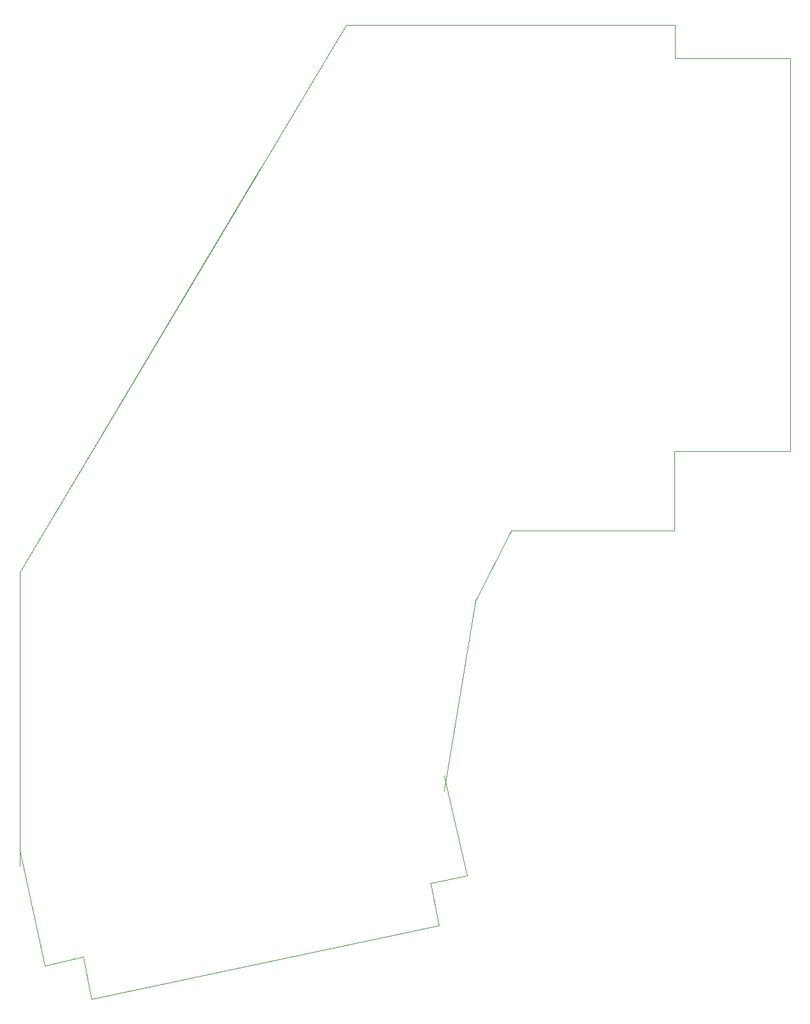
<source format=gbr>
G04 (created by PCBNEW (2013-07-07 BZR 4022)-stable) date 03/07/2022 17:26:58*
%MOIN*%
G04 Gerber Fmt 3.4, Leading zero omitted, Abs format*
%FSLAX34Y34*%
G01*
G70*
G90*
G04 APERTURE LIST*
%ADD10C,0.00590551*%
%ADD11C,0.00393701*%
G04 APERTURE END LIST*
G54D10*
G54D11*
X-11500Y0D02*
X-17150Y0D01*
X-2950Y-26350D02*
X-8550Y-26350D01*
X6000Y-1750D02*
X0Y-1750D01*
X6000Y-1750D02*
X6000Y-22200D01*
X0Y0D02*
X-12000Y0D01*
X0Y-1750D02*
X0Y0D01*
X-8550Y-26350D02*
X-10400Y-30000D01*
X-50Y-26350D02*
X-3450Y-26350D01*
X-50Y-22200D02*
X-50Y-26350D01*
X5950Y-22200D02*
X-50Y-22200D01*
X-12750Y-44700D02*
X-10850Y-44300D01*
X-12300Y-46900D02*
X-12750Y-44700D01*
X-30400Y-50750D02*
X-12300Y-46900D01*
X-30850Y-48550D02*
X-30400Y-50750D01*
X-32850Y-49000D02*
X-30850Y-48550D01*
X-12050Y-39900D02*
X-10400Y-30000D01*
X-10850Y-44300D02*
X-12050Y-39100D01*
X-34150Y-43800D02*
X-34150Y-28500D01*
X-32850Y-49000D02*
X-34150Y-43000D01*
X-34150Y-28500D02*
X-17150Y0D01*
X-21650Y-7500D02*
X-34150Y-28500D01*
M02*

</source>
